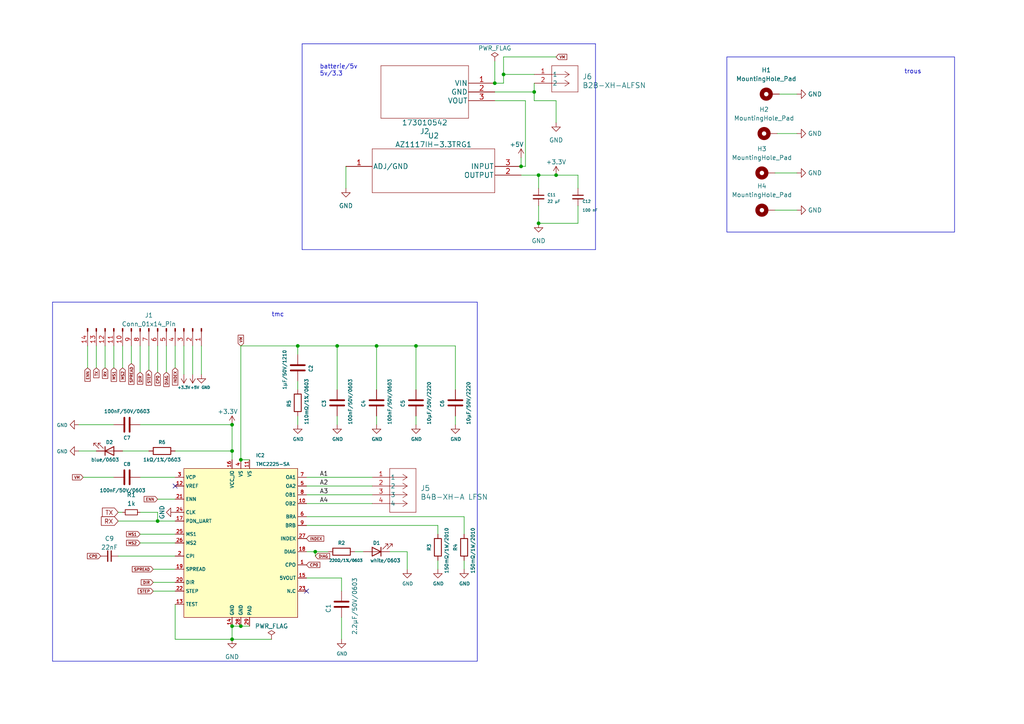
<source format=kicad_sch>
(kicad_sch (version 20230121) (generator eeschema)
  (paper "A4")
  (lib_symbols
    (symbol "2023-05-09_15-04-19:173010542" (pin_names (offset 0.254))
      (property "Reference" "J2" (at 20.32 -13.97 0))
      (property "Value" "173010542" (at 20.32 -11.43 0))
      (symbol "173010542_1_1"
        (polyline (pts (xy 7.62 -10.16) (xy 33.02 -10.16)) (stroke (width 0.127)))
        (polyline (pts (xy 7.62 5.08) (xy 7.62 -10.16)) (stroke (width 0.127)))
        (polyline (pts (xy 33.02 -10.16) (xy 33.02 5.08)) (stroke (width 0.127)))
        (polyline (pts (xy 33.02 5.08) (xy 7.62 5.08)) (stroke (width 0.127)))
        (pin power_in line (at 0 0 0) (length 7.62) (name "VIN") (number "1"))
        (pin power_in line (at 0 -2.54 0) (length 7.62) (name "GND") (number "2"))
        (pin power_out line (at 0 -5.08 0) (length 7.62) (name "VOUT") (number "3"))
      )
    )
    (symbol "2023-05-16_12-32-42:B2B-XH-ALFSN" (pin_names (offset 0.254))
      (property "Reference" "J" (at 8.89 6.35 0))
      (property "Value" "B2B-XH-ALFSN" (at 0 0 0))
      (symbol "B2B-XH-ALFSN_1_1"
        (polyline (pts (xy 5.08 -5.08) (xy 12.7 -5.08)) (stroke (width 0.127)))
        (polyline (pts (xy 5.08 2.54) (xy 5.08 -5.08)) (stroke (width 0.127)))
        (polyline (pts (xy 10.16 -2.54) (xy 5.08 -2.54)) (stroke (width 0.127)))
        (polyline (pts (xy 10.16 -2.54) (xy 8.89 -3.3867)) (stroke (width 0.127)))
        (polyline (pts (xy 10.16 -2.54) (xy 8.89 -1.6933)) (stroke (width 0.127)))
        (polyline (pts (xy 10.16 0) (xy 5.08 0)) (stroke (width 0.127)))
        (polyline (pts (xy 10.16 0) (xy 8.89 -0.8467)) (stroke (width 0.127)))
        (polyline (pts (xy 10.16 0) (xy 8.89 0.8467)) (stroke (width 0.127)))
        (polyline (pts (xy 12.7 -5.08) (xy 12.7 2.54)) (stroke (width 0.127)))
        (polyline (pts (xy 12.7 2.54) (xy 5.08 2.54)) (stroke (width 0.127)))
        (pin unspecified line (at 0 0 0) (length 5.08) (name "1") (number "1"))
        (pin unspecified line (at 0 -2.54 0) (length 5.08) (name "2") (number "2"))
      )
      (symbol "B2B-XH-ALFSN_1_2"
        (polyline (pts (xy 5.08 -5.08) (xy 12.7 -5.08)) (stroke (width 0.127)))
        (polyline (pts (xy 5.08 2.54) (xy 5.08 -5.08)) (stroke (width 0.127)))
        (polyline (pts (xy 7.62 -2.54) (xy 5.08 -2.54)) (stroke (width 0.127)))
        (polyline (pts (xy 7.62 -2.54) (xy 8.89 -3.3867)) (stroke (width 0.127)))
        (polyline (pts (xy 7.62 -2.54) (xy 8.89 -1.6933)) (stroke (width 0.127)))
        (polyline (pts (xy 7.62 0) (xy 5.08 0)) (stroke (width 0.127)))
        (polyline (pts (xy 7.62 0) (xy 8.89 -0.8467)) (stroke (width 0.127)))
        (polyline (pts (xy 7.62 0) (xy 8.89 0.8467)) (stroke (width 0.127)))
        (polyline (pts (xy 12.7 -5.08) (xy 12.7 2.54)) (stroke (width 0.127)))
        (polyline (pts (xy 12.7 2.54) (xy 5.08 2.54)) (stroke (width 0.127)))
        (pin unspecified line (at 0 0 0) (length 5.08) (name "1") (number "1"))
        (pin unspecified line (at 0 -2.54 0) (length 5.08) (name "2") (number "2"))
      )
    )
    (symbol "AZ1117:AZ1117IH-3.3TRG1" (pin_names (offset 0.254))
      (property "Reference" "U2" (at 25.4 8.89 0))
      (property "Value" "AZ1117IH-3.3TRG1" (at 25.4 6.35 0))
      (symbol "AZ1117IH-3.3TRG1_1_1"
        (polyline (pts (xy 7.62 -7.62) (xy 43.18 -7.62)) (stroke (width 0.127)))
        (polyline (pts (xy 7.62 5.08) (xy 7.62 -7.62)) (stroke (width 0.127)))
        (polyline (pts (xy 43.18 -7.62) (xy 43.18 5.08)) (stroke (width 0.127)))
        (polyline (pts (xy 43.18 5.08) (xy 7.62 5.08)) (stroke (width 0.127)))
        (pin power_in line (at 0 0 0) (length 7.62) (name "ADJ/GND") (number "1"))
        (pin power_out line (at 50.8 -2.54 180) (length 7.62) (name "OUTPUT") (number "2"))
        (pin power_in line (at 50.8 0 180) (length 7.62) (name "INPUT") (number "3"))
      )
    )
    (symbol "Connector:Conn_01x14_Pin" (pin_names (offset 1.016) hide)
      (property "Reference" "J" (at 0 17.78 0))
      (property "Value" "Conn_01x14_Pin" (at 0 -20.32 0))
      (symbol "Conn_01x14_Pin_1_1"
        (polyline (pts (xy 1.27 -17.78) (xy 0.8636 -17.78)) (stroke (width 0.1524)))
        (polyline (pts (xy 1.27 -15.24) (xy 0.8636 -15.24)) (stroke (width 0.1524)))
        (polyline (pts (xy 1.27 -12.7) (xy 0.8636 -12.7)) (stroke (width 0.1524)))
        (polyline (pts (xy 1.27 -10.16) (xy 0.8636 -10.16)) (stroke (width 0.1524)))
        (polyline (pts (xy 1.27 -7.62) (xy 0.8636 -7.62)) (stroke (width 0.1524)))
        (polyline (pts (xy 1.27 -5.08) (xy 0.8636 -5.08)) (stroke (width 0.1524)))
        (polyline (pts (xy 1.27 -2.54) (xy 0.8636 -2.54)) (stroke (width 0.1524)))
        (polyline (pts (xy 1.27 0) (xy 0.8636 0)) (stroke (width 0.1524)))
        (polyline (pts (xy 1.27 2.54) (xy 0.8636 2.54)) (stroke (width 0.1524)))
        (polyline (pts (xy 1.27 5.08) (xy 0.8636 5.08)) (stroke (width 0.1524)))
        (polyline (pts (xy 1.27 7.62) (xy 0.8636 7.62)) (stroke (width 0.1524)))
        (polyline (pts (xy 1.27 10.16) (xy 0.8636 10.16)) (stroke (width 0.1524)))
        (polyline (pts (xy 1.27 12.7) (xy 0.8636 12.7)) (stroke (width 0.1524)))
        (polyline (pts (xy 1.27 15.24) (xy 0.8636 15.24)) (stroke (width 0.1524)))
        (rectangle (start 0.8636 -17.653) (end 0 -17.907) (stroke (width 0.1524)) (fill (type outline)))
        (rectangle (start 0.8636 -15.113) (end 0 -15.367) (stroke (width 0.1524)) (fill (type outline)))
        (rectangle (start 0.8636 -12.573) (end 0 -12.827) (stroke (width 0.1524)) (fill (type outline)))
        (rectangle (start 0.8636 -10.033) (end 0 -10.287) (stroke (width 0.1524)) (fill (type outline)))
        (rectangle (start 0.8636 -7.493) (end 0 -7.747) (stroke (width 0.1524)) (fill (type outline)))
        (rectangle (start 0.8636 -4.953) (end 0 -5.207) (stroke (width 0.1524)) (fill (type outline)))
        (rectangle (start 0.8636 -2.413) (end 0 -2.667) (stroke (width 0.1524)) (fill (type outline)))
        (rectangle (start 0.8636 0.127) (end 0 -0.127) (stroke (width 0.1524)) (fill (type outline)))
        (rectangle (start 0.8636 2.667) (end 0 2.413) (stroke (width 0.1524)) (fill (type outline)))
        (rectangle (start 0.8636 5.207) (end 0 4.953) (stroke (width 0.1524)) (fill (type outline)))
        (rectangle (start 0.8636 7.747) (end 0 7.493) (stroke (width 0.1524)) (fill (type outline)))
        (rectangle (start 0.8636 10.287) (end 0 10.033) (stroke (width 0.1524)) (fill (type outline)))
        (rectangle (start 0.8636 12.827) (end 0 12.573) (stroke (width 0.1524)) (fill (type outline)))
        (rectangle (start 0.8636 15.367) (end 0 15.113) (stroke (width 0.1524)) (fill (type outline)))
        (pin passive line (at 5.08 15.24 180) (length 3.81) (name "Pin_1") (number "1"))
        (pin passive line (at 5.08 -7.62 180) (length 3.81) (name "Pin_10") (number "10"))
        (pin passive line (at 5.08 -10.16 180) (length 3.81) (name "Pin_11") (number "11"))
        (pin passive line (at 5.08 -12.7 180) (length 3.81) (name "Pin_12") (number "12"))
        (pin passive line (at 5.08 -15.24 180) (length 3.81) (name "Pin_13") (number "13"))
        (pin passive line (at 5.08 -17.78 180) (length 3.81) (name "Pin_14") (number "14"))
        (pin passive line (at 5.08 12.7 180) (length 3.81) (name "Pin_2") (number "2"))
        (pin passive line (at 5.08 10.16 180) (length 3.81) (name "Pin_3") (number "3"))
        (pin passive line (at 5.08 7.62 180) (length 3.81) (name "Pin_4") (number "4"))
        (pin passive line (at 5.08 5.08 180) (length 3.81) (name "Pin_5") (number "5"))
        (pin passive line (at 5.08 2.54 180) (length 3.81) (name "Pin_6") (number "6"))
        (pin passive line (at 5.08 0 180) (length 3.81) (name "Pin_7") (number "7"))
        (pin passive line (at 5.08 -2.54 180) (length 3.81) (name "Pin_8") (number "8"))
        (pin passive line (at 5.08 -5.08 180) (length 3.81) (name "Pin_9") (number "9"))
      )
    )
    (symbol "Device:C" (pin_numbers hide) (pin_names (offset 0.254))
      (property "Reference" "C" (at 0.635 2.54 0))
      (property "Value" "C" (at 0.635 -2.54 0))
      (symbol "C_0_1"
        (polyline (pts (xy -2.032 -0.762) (xy 2.032 -0.762)) (stroke (width 0.508)))
        (polyline (pts (xy -2.032 0.762) (xy 2.032 0.762)) (stroke (width 0.508)))
      )
      (symbol "C_1_1"
        (pin passive line (at 0 3.81 270) (length 2.794) (name "~") (number "1"))
        (pin passive line (at 0 -3.81 90) (length 2.794) (name "~") (number "2"))
      )
    )
    (symbol "Device:C_Small" (pin_numbers hide) (pin_names (offset 0.254) hide)
      (property "Reference" "C" (at 0.254 1.778 0))
      (property "Value" "C_Small" (at 0.254 -2.032 0))
      (symbol "C_Small_0_1"
        (polyline (pts (xy -1.524 -0.508) (xy 1.524 -0.508)) (stroke (width 0.3302)))
        (polyline (pts (xy -1.524 0.508) (xy 1.524 0.508)) (stroke (width 0.3048)))
      )
      (symbol "C_Small_1_1"
        (pin passive line (at 0 2.54 270) (length 2.032) (name "~") (number "1"))
        (pin passive line (at 0 -2.54 90) (length 2.032) (name "~") (number "2"))
      )
    )
    (symbol "Device:LED" (pin_numbers hide) (pin_names (offset 1.016) hide)
      (property "Reference" "D" (at 0 2.54 0))
      (property "Value" "LED" (at 0 -2.54 0))
      (symbol "LED_0_1"
        (polyline (pts (xy -1.27 -1.27) (xy -1.27 1.27)) (stroke (width 0.254)))
        (polyline (pts (xy -1.27 0) (xy 1.27 0)))
        (polyline (pts (xy 1.27 -1.27) (xy 1.27 1.27) (xy -1.27 0) (xy 1.27 -1.27)) (stroke (width 0.254)))
        (polyline (pts (xy -3.048 -0.762) (xy -4.572 -2.286) (xy -3.81 -2.286) (xy -4.572 -2.286) (xy -4.572 -1.524)))
        (polyline (pts (xy -1.778 -0.762) (xy -3.302 -2.286) (xy -2.54 -2.286) (xy -3.302 -2.286) (xy -3.302 -1.524)))
      )
      (symbol "LED_1_1"
        (pin passive line (at -3.81 0 0) (length 2.54) (name "K") (number "1"))
        (pin passive line (at 3.81 0 180) (length 2.54) (name "A") (number "2"))
      )
    )
    (symbol "Device:R" (pin_numbers hide) (pin_names (offset 0))
      (property "Reference" "R" (at 2.032 0 90))
      (property "Value" "R" (at 0 0 90))
      (symbol "R_0_1"
        (rectangle (start -1.016 -2.54) (end 1.016 2.54) (stroke (width 0.254)))
      )
      (symbol "R_1_1"
        (pin passive line (at 0 3.81 270) (length 1.27) (name "~") (number "1"))
        (pin passive line (at 0 -3.81 90) (length 1.27) (name "~") (number "2"))
      )
    )
    (symbol "Device:R_Small" (pin_numbers hide) (pin_names (offset 0.254) hide)
      (property "Reference" "R" (at 0.762 0.508 0))
      (property "Value" "R_Small" (at 0.762 -1.016 0))
      (symbol "R_Small_0_1"
        (rectangle (start -0.762 1.778) (end 0.762 -1.778) (stroke (width 0.2032)))
      )
      (symbol "R_Small_1_1"
        (pin passive line (at 0 2.54 270) (length 0.762) (name "~") (number "1"))
        (pin passive line (at 0 -2.54 90) (length 0.762) (name "~") (number "2"))
      )
    )
    (symbol "JST B4B-XH-A:B4B-XH-A_LFSN" (pin_names (offset 0.254))
      (property "Reference" "J" (at 8.89 6.35 0))
      (property "Value" "B4B-XH-A LFSN" (at 0 0 0))
      (symbol "B4B-XH-A_LFSN_1_1"
        (polyline (pts (xy 5.08 -10.16) (xy 12.7 -10.16)) (stroke (width 0.127)))
        (polyline (pts (xy 5.08 2.54) (xy 5.08 -10.16)) (stroke (width 0.127)))
        (polyline (pts (xy 10.16 -7.62) (xy 5.08 -7.62)) (stroke (width 0.127)))
        (polyline (pts (xy 10.16 -7.62) (xy 8.89 -8.4667)) (stroke (width 0.127)))
        (polyline (pts (xy 10.16 -7.62) (xy 8.89 -6.7733)) (stroke (width 0.127)))
        (polyline (pts (xy 10.16 -5.08) (xy 5.08 -5.08)) (stroke (width 0.127)))
        (polyline (pts (xy 10.16 -5.08) (xy 8.89 -5.9267)) (stroke (width 0.127)))
        (polyline (pts (xy 10.16 -5.08) (xy 8.89 -4.2333)) (stroke (width 0.127)))
        (polyline (pts (xy 10.16 -2.54) (xy 5.08 -2.54)) (stroke (width 0.127)))
        (polyline (pts (xy 10.16 -2.54) (xy 8.89 -3.3867)) (stroke (width 0.127)))
        (polyline (pts (xy 10.16 -2.54) (xy 8.89 -1.6933)) (stroke (width 0.127)))
        (polyline (pts (xy 10.16 0) (xy 5.08 0)) (stroke (width 0.127)))
        (polyline (pts (xy 10.16 0) (xy 8.89 -0.8467)) (stroke (width 0.127)))
        (polyline (pts (xy 10.16 0) (xy 8.89 0.8467)) (stroke (width 0.127)))
        (polyline (pts (xy 12.7 -10.16) (xy 12.7 2.54)) (stroke (width 0.127)))
        (polyline (pts (xy 12.7 2.54) (xy 5.08 2.54)) (stroke (width 0.127)))
        (pin unspecified line (at 0 0 0) (length 5.08) (name "1") (number "1"))
        (pin unspecified line (at 0 -2.54 0) (length 5.08) (name "2") (number "2"))
        (pin unspecified line (at 0 -5.08 0) (length 5.08) (name "3") (number "3"))
        (pin unspecified line (at 0 -7.62 0) (length 5.08) (name "4") (number "4"))
      )
      (symbol "B4B-XH-A_LFSN_1_2"
        (polyline (pts (xy 5.08 -10.16) (xy 12.7 -10.16)) (stroke (width 0.127)))
        (polyline (pts (xy 5.08 2.54) (xy 5.08 -10.16)) (stroke (width 0.127)))
        (polyline (pts (xy 7.62 -7.62) (xy 5.08 -7.62)) (stroke (width 0.127)))
        (polyline (pts (xy 7.62 -7.62) (xy 8.89 -8.4667)) (stroke (width 0.127)))
        (polyline (pts (xy 7.62 -7.62) (xy 8.89 -6.7733)) (stroke (width 0.127)))
        (polyline (pts (xy 7.62 -5.08) (xy 5.08 -5.08)) (stroke (width 0.127)))
        (polyline (pts (xy 7.62 -5.08) (xy 8.89 -5.9267)) (stroke (width 0.127)))
        (polyline (pts (xy 7.62 -5.08) (xy 8.89 -4.2333)) (stroke (width 0.127)))
        (polyline (pts (xy 7.62 -2.54) (xy 5.08 -2.54)) (stroke (width 0.127)))
        (polyline (pts (xy 7.62 -2.54) (xy 8.89 -3.3867)) (stroke (width 0.127)))
        (polyline (pts (xy 7.62 -2.54) (xy 8.89 -1.6933)) (stroke (width 0.127)))
        (polyline (pts (xy 7.62 0) (xy 5.08 0)) (stroke (width 0.127)))
        (polyline (pts (xy 7.62 0) (xy 8.89 -0.8467)) (stroke (width 0.127)))
        (polyline (pts (xy 7.62 0) (xy 8.89 0.8467)) (stroke (width 0.127)))
        (polyline (pts (xy 12.7 -10.16) (xy 12.7 2.54)) (stroke (width 0.127)))
        (polyline (pts (xy 12.7 2.54) (xy 5.08 2.54)) (stroke (width 0.127)))
        (pin unspecified line (at 0 0 0) (length 5.08) (name "1") (number "1"))
        (pin unspecified line (at 0 -2.54 0) (length 5.08) (name "2") (number "2"))
        (pin unspecified line (at 0 -5.08 0) (length 5.08) (name "3") (number "3"))
        (pin unspecified line (at 0 -7.62 0) (length 5.08) (name "4") (number "4"))
      )
    )
    (symbol "Mechanical:MountingHole_Pad" (pin_numbers hide) (pin_names (offset 1.016) hide)
      (property "Reference" "H" (at 0 6.35 0))
      (property "Value" "MountingHole_Pad" (at 0 4.445 0))
      (symbol "MountingHole_Pad_0_1"
        (circle (center 0 1.27) (radius 1.27) (stroke (width 1.27)))
      )
      (symbol "MountingHole_Pad_1_1"
        (pin input line (at 0 -2.54 90) (length 2.54) (name "1") (number "1"))
      )
    )
    (symbol "power:+3.3V" (power) (pin_names (offset 0))
      (property "Value" "+3.3V" (at 0 3.556 0))
      (symbol "+3.3V_0_1"
        (polyline (pts (xy -0.762 1.27) (xy 0 2.54)))
        (polyline (pts (xy 0 0) (xy 0 2.54)))
        (polyline (pts (xy 0 2.54) (xy 0.762 1.27)))
      )
      (symbol "+3.3V_1_1"
        (pin power_in line (at 0 0 90) (length 0) hide (name "+3.3V") (number "1"))
      )
    )
    (symbol "power:+5V" (power) (pin_names (offset 0))
      (property "Value" "+5V" (at 0 3.556 0))
      (symbol "+5V_0_1"
        (polyline (pts (xy -0.762 1.27) (xy 0 2.54)))
        (polyline (pts (xy 0 0) (xy 0 2.54)))
        (polyline (pts (xy 0 2.54) (xy 0.762 1.27)))
      )
      (symbol "+5V_1_1"
        (pin power_in line (at 0 0 90) (length 0) hide (name "+5V") (number "1"))
      )
    )
    (symbol "power:GND" (power) (pin_names (offset 0))
      (property "Value" "GND" (at 0 -3.81 0))
      (symbol "GND_0_1"
        (polyline (pts (xy 0 0) (xy 0 -1.27) (xy 1.27 -1.27) (xy 0 -2.54) (xy -1.27 -1.27) (xy 0 -1.27)))
      )
      (symbol "GND_1_1"
        (pin power_in line (at 0 0 270) (length 0) hide (name "GND") (number "1"))
      )
    )
    (symbol "power:PWR_FLAG" (power) (pin_numbers hide) (pin_names (offset 0) hide)
      (property "Value" "PWR_FLAG" (at 0 3.81 0))
      (symbol "PWR_FLAG_0_0"
        (pin power_out line (at 0 0 90) (length 0) (name "pwr") (number "1"))
      )
      (symbol "PWR_FLAG_0_1"
        (polyline (pts (xy 0 0) (xy 0 1.27) (xy -1.016 1.905) (xy 0 2.54) (xy 1.016 1.905) (xy 0 1.27)))
      )
    )
    (symbol "tmc:TMC2225-SA-tmc2225-sa"
      (property "Reference" "IC2" (at 4.3562 25.4 0))
      (property "Value" "TMC2225-SA" (at 4.3562 22.86 0))
      (symbol "TMC2225-SA-tmc2225-sa_0_1"
        (rectangle (start -16.51 21.59) (end 16.51 -21.59) (fill (type background)))
      )
      (symbol "TMC2225-SA-tmc2225-sa_1_1"
        (pin output line (at 19.05 -6.35 180) (length 2.54) (name "CPO") (number "1"))
        (pin power_out line (at 19.05 11.43 180) (length 2.54) (name "OB2") (number "10"))
        (pin power_in line (at 2.54 24.13 270) (length 2.54) (name "VS") (number "11"))
        (pin input line (at -19.05 16.51 0) (length 2.54) (name "VREF") (number "12"))
        (pin unspecified line (at -19.05 -17.78 0) (length 2.54) (name "TEST") (number "13"))
        (pin passive line (at -2.54 -24.13 90) (length 2.54) (name "GND") (number "14"))
        (pin power_out line (at 19.05 -10.16 180) (length 2.54) (name "5VOUT") (number "15"))
        (pin power_in line (at -2.54 24.13 270) (length 2.54) (name "VCC_IO") (number "16"))
        (pin input line (at -19.05 6.35 0) (length 2.54) (name "PDN_UART") (number "17"))
        (pin output line (at 19.05 -2.54 180) (length 2.54) (name "DIAG") (number "18"))
        (pin input line (at -19.05 -7.62 0) (length 2.54) (name "SPREAD") (number "19"))
        (pin input line (at -19.05 -3.81 0) (length 2.54) (name "CPI") (number "2"))
        (pin input line (at -19.05 -11.43 0) (length 2.54) (name "DIR") (number "20"))
        (pin input line (at -19.05 12.7 0) (length 2.54) (name "ENN") (number "21"))
        (pin input line (at -19.05 -13.97 0) (length 2.54) (name "STEP") (number "22"))
        (pin unspecified line (at 19.05 -13.97 180) (length 2.54) (name "N.C") (number "23"))
        (pin input line (at -19.05 8.89 0) (length 2.54) (name "CLK") (number "24"))
        (pin input line (at -19.05 2.54 0) (length 2.54) (name "MS1") (number "25"))
        (pin input line (at -19.05 0 0) (length 2.54) (name "MS2") (number "26"))
        (pin output line (at 19.05 1.27 180) (length 2.54) (name "INDEX") (number "27"))
        (pin passive line (at 0 -24.13 90) (length 2.54) (name "GND") (number "28"))
        (pin passive line (at 2.54 -24.13 90) (length 2.54) (name "PAD") (number "29"))
        (pin input line (at -19.05 19.05 0) (length 2.54) (name "VCP") (number "3"))
        (pin power_in line (at 0 24.13 270) (length 2.54) (name "VS") (number "4"))
        (pin power_out line (at 19.05 16.51 180) (length 2.54) (name "OA2") (number "5"))
        (pin output line (at 19.05 7.62 180) (length 2.54) (name "BRA") (number "6"))
        (pin power_out line (at 19.05 19.05 180) (length 2.54) (name "OA1") (number "7"))
        (pin power_out line (at 19.05 13.97 180) (length 2.54) (name "OB1") (number "8"))
        (pin output line (at 19.05 5.08 180) (length 2.54) (name "BRB") (number "9"))
      )
    )
  )
  (junction (at 120.65 100.33))
  (junction (at 156.21 64.77))
  (junction (at 154.94 26.67))
  (junction (at 67.31 130.81))
  (junction (at 97.79 100.33))
  (junction (at 143.51 24.13))
  (junction (at 151.13 48.26))
  (junction (at 45.72 151.13))
  (junction (at 67.31 123.19))
  (junction (at 161.29 50.8))
  (junction (at 91.44 160.02))
  (junction (at 156.21 50.8))
  (junction (at 67.31 185.42))
  (junction (at 86.36 100.33))
  (junction (at 67.31 181.61))
  (junction (at 146.05 21.59))
  (junction (at 109.22 100.33))
  (junction (at 69.85 133.35))
  (junction (at 69.85 181.61))
  (no_connect (at 50.8 140.97))
  (no_connect (at 88.9 171.45))
  (wire (pts (xy 69.85 181.61) (xy 72.39 181.61)))
  (wire (pts (xy 88.9 140.97) (xy 107.95 140.97)))
  (wire (pts (xy 146.05 21.59) (xy 154.94 21.59)))
  (wire (pts (xy 156.21 64.77) (xy 167.64 64.77)))
  (wire (pts (xy 67.31 123.19) (xy 40.64 123.19)))
  (wire (pts (xy 34.29 148.59) (xy 35.56 148.59)))
  (wire (pts (xy 146.05 16.51) (xy 161.29 16.51)))
  (wire (pts (xy 154.94 29.21) (xy 161.29 29.21)))
  (wire (pts (xy 143.51 29.21) (xy 152.4 29.21)))
  (wire (pts (xy 156.21 50.8) (xy 156.21 54.61)))
  (wire (pts (xy 34.29 161.29) (xy 50.8 161.29)))
  (wire (pts (xy 45.72 144.78) (xy 50.8 144.78)))
  (wire (pts (xy 27.94 130.81) (xy 22.86 130.81)))
  (wire (pts (xy 67.31 181.61) (xy 69.85 181.61)))
  (polyline (pts (xy 15.24 87.63) (xy 15.24 191.77)))
  (wire (pts (xy 231.14 38.735) (xy 225.425 38.735)))
  (wire (pts (xy 134.62 162.56) (xy 134.62 165.1)))
  (polyline (pts (xy 172.72 12.7) (xy 172.72 72.39)))
  (wire (pts (xy 167.64 50.8) (xy 161.29 50.8)))
  (wire (pts (xy 45.72 148.59) (xy 45.72 151.13)))
  (wire (pts (xy 38.1 100.33) (xy 38.1 105.41)))
  (wire (pts (xy 88.9 149.86) (xy 134.62 149.86)))
  (wire (pts (xy 35.56 100.33) (xy 35.56 106.68)))
  (wire (pts (xy 154.94 24.13) (xy 154.94 26.67)))
  (wire (pts (xy 30.48 100.33) (xy 30.48 106.68)))
  (wire (pts (xy 95.25 160.02) (xy 91.44 160.02)))
  (wire (pts (xy 45.72 100.33) (xy 45.72 107.95)))
  (wire (pts (xy 33.02 100.33) (xy 33.02 106.68)))
  (wire (pts (xy 88.9 138.43) (xy 107.95 138.43)))
  (wire (pts (xy 86.36 110.49) (xy 86.36 113.03)))
  (wire (pts (xy 67.31 185.42) (xy 78.74 185.42)))
  (wire (pts (xy 22.86 123.19) (xy 33.02 123.19)))
  (wire (pts (xy 143.51 26.67) (xy 154.94 26.67)))
  (wire (pts (xy 151.13 45.72) (xy 151.13 48.26)))
  (wire (pts (xy 27.94 100.33) (xy 27.94 106.68)))
  (wire (pts (xy 120.65 120.65) (xy 120.65 123.19)))
  (wire (pts (xy 127 152.4) (xy 127 154.94)))
  (wire (pts (xy 69.85 100.33) (xy 86.36 100.33)))
  (wire (pts (xy 58.42 100.33) (xy 58.42 108.585)))
  (wire (pts (xy 86.36 100.33) (xy 97.79 100.33)))
  (wire (pts (xy 50.8 100.33) (xy 50.8 106.68)))
  (wire (pts (xy 109.22 120.65) (xy 109.22 123.19)))
  (wire (pts (xy 88.9 152.4) (xy 127 152.4)))
  (wire (pts (xy 109.22 100.33) (xy 120.65 100.33)))
  (wire (pts (xy 151.13 50.8) (xy 156.21 50.8)))
  (wire (pts (xy 48.26 100.33) (xy 48.26 107.95)))
  (wire (pts (xy 231.14 50.165) (xy 224.79 50.165)))
  (polyline (pts (xy 172.72 72.39) (xy 87.63 72.39)))
  (wire (pts (xy 231.14 27.305) (xy 226.06 27.305)))
  (polyline (pts (xy 87.63 12.7) (xy 172.72 12.7)))
  (wire (pts (xy 40.64 157.48) (xy 50.8 157.48)))
  (wire (pts (xy 99.06 185.42) (xy 99.06 179.07)))
  (wire (pts (xy 97.79 120.65) (xy 97.79 123.19)))
  (wire (pts (xy 86.36 102.87) (xy 86.36 100.33)))
  (polyline (pts (xy 87.63 12.7) (xy 87.63 72.39)))
  (wire (pts (xy 120.65 100.33) (xy 132.08 100.33)))
  (wire (pts (xy 132.08 100.33) (xy 132.08 113.03)))
  (wire (pts (xy 109.22 113.03) (xy 109.22 100.33)))
  (wire (pts (xy 40.64 148.59) (xy 45.72 148.59)))
  (wire (pts (xy 43.18 130.81) (xy 35.56 130.81)))
  (wire (pts (xy 25.4 100.33) (xy 25.4 106.68)))
  (wire (pts (xy 132.08 120.65) (xy 132.08 123.19)))
  (wire (pts (xy 55.88 100.33) (xy 55.88 108.585)))
  (wire (pts (xy 40.64 100.33) (xy 40.64 107.95)))
  (wire (pts (xy 50.8 175.26) (xy 50.8 185.42)))
  (wire (pts (xy 99.06 167.64) (xy 99.06 171.45)))
  (wire (pts (xy 97.79 113.03) (xy 97.79 100.33)))
  (wire (pts (xy 146.05 24.13) (xy 143.51 24.13)))
  (wire (pts (xy 88.9 167.64) (xy 99.06 167.64)))
  (wire (pts (xy 167.64 54.61) (xy 167.64 50.8)))
  (wire (pts (xy 67.31 181.61) (xy 67.31 185.42)))
  (wire (pts (xy 50.8 151.13) (xy 45.72 151.13)))
  (wire (pts (xy 24.13 138.43) (xy 33.02 138.43)))
  (wire (pts (xy 88.9 146.05) (xy 107.95 146.05)))
  (wire (pts (xy 67.31 133.35) (xy 67.31 130.81)))
  (wire (pts (xy 91.44 160.02) (xy 91.44 161.29)))
  (wire (pts (xy 44.45 168.91) (xy 50.8 168.91)))
  (wire (pts (xy 44.45 165.1) (xy 50.8 165.1)))
  (wire (pts (xy 43.18 100.33) (xy 43.18 107.315)))
  (wire (pts (xy 134.62 149.86) (xy 134.62 154.94)))
  (wire (pts (xy 152.4 48.26) (xy 151.13 48.26)))
  (wire (pts (xy 146.05 16.51) (xy 146.05 21.59)))
  (wire (pts (xy 44.45 171.45) (xy 50.8 171.45)))
  (wire (pts (xy 167.64 59.69) (xy 167.64 64.77)))
  (wire (pts (xy 118.11 160.02) (xy 118.11 165.1)))
  (wire (pts (xy 69.85 100.33) (xy 69.85 133.35)))
  (wire (pts (xy 156.21 50.8) (xy 161.29 50.8)))
  (polyline (pts (xy 15.24 191.77) (xy 138.43 191.77)))
  (wire (pts (xy 120.65 113.03) (xy 120.65 100.33)))
  (wire (pts (xy 146.05 21.59) (xy 146.05 24.13)))
  (wire (pts (xy 50.8 138.43) (xy 40.64 138.43)))
  (wire (pts (xy 105.41 160.02) (xy 102.87 160.02)))
  (wire (pts (xy 97.79 100.33) (xy 109.22 100.33)))
  (wire (pts (xy 231.14 60.96) (xy 224.79 60.96)))
  (wire (pts (xy 45.72 151.13) (xy 34.29 151.13)))
  (wire (pts (xy 69.85 133.35) (xy 72.39 133.35)))
  (polyline (pts (xy 15.24 87.63) (xy 138.43 87.63)))
  (wire (pts (xy 40.64 154.94) (xy 50.8 154.94)))
  (wire (pts (xy 154.94 29.21) (xy 154.94 26.67)))
  (polyline (pts (xy 138.43 87.63) (xy 138.43 191.77)))
  (wire (pts (xy 113.03 160.02) (xy 118.11 160.02)))
  (wire (pts (xy 88.9 143.51) (xy 107.95 143.51)))
  (wire (pts (xy 152.4 29.21) (xy 152.4 48.26)))
  (wire (pts (xy 50.8 185.42) (xy 67.31 185.42)))
  (wire (pts (xy 53.34 100.33) (xy 53.34 108.585)))
  (wire (pts (xy 86.36 120.65) (xy 86.36 123.19)))
  (wire (pts (xy 50.8 130.81) (xy 67.31 130.81)))
  (wire (pts (xy 161.29 29.21) (xy 161.29 35.56)))
  (wire (pts (xy 127 162.56) (xy 127 165.1)))
  (wire (pts (xy 91.44 160.02) (xy 88.9 160.02)))
  (wire (pts (xy 143.51 17.78) (xy 143.51 24.13)))
  (wire (pts (xy 156.21 59.69) (xy 156.21 64.77)))
  (wire (pts (xy 67.31 130.81) (xy 67.31 123.19)))
  (wire (pts (xy 100.33 48.26) (xy 100.33 54.61)))
  (rectangle (start 210.82 16.51) (end 276.86 67.31))
  (text "batterie/5v\n5v/3.3" (at 92.71 22.225 0) (effects (font (size 1.27 1.27)) (justify left bottom)))
  (text "trous" (at 262.255 21.59 0) (effects (font (size 1.27 1.27)) (justify left bottom)))
  (text "tmc" (at 78.74 92.075 0) (effects (font (size 1.27 1.27)) (justify left bottom)))
  (label "A3" (at 92.71 143.51 0))
  (label "A4" (at 92.71 146.05 0))
  (label "A1" (at 92.71 138.43 0))
  (label "A2" (at 92.71 140.97 0))
  (global_label "CP0" (shape input) (at 29.21 161.29 180) (effects (font (size 0.8 0.8))) (property "Intersheetrefs" "${INTERSHEET_REFS}" (effects hide)))
  (global_label "MS1" (shape input) (at 33.02 106.68 270) (effects (font (size 0.8 0.8))) (property "Intersheetrefs" "${INTERSHEET_REFS}" (effects hide)))
  (global_label "TX" (shape input) (at 34.29 148.59 180) (property "Intersheetrefs" "${INTERSHEET_REFS}" (effects hide)))
  (global_label "DIAG" (shape input) (at 91.44 161.29 0) (effects (font (size 0.8 0.8))) (property "Intersheetrefs" "${INTERSHEET_REFS}" (effects hide)))
  (global_label "MS2" (shape input) (at 35.56 106.68 270) (effects (font (size 0.8 0.8))) (property "Intersheetrefs" "${INTERSHEET_REFS}" (effects hide)))
  (global_label "SPREAD" (shape input) (at 38.1 105.41 270) (effects (font (size 0.8 0.8))) (property "Intersheetrefs" "${INTERSHEET_REFS}" (effects hide)))
  (global_label "DIR" (shape input) (at 44.45 168.91 180) (effects (font (size 0.8 0.8))) (property "Intersheetrefs" "${INTERSHEET_REFS}" (effects hide)))
  (global_label "RX" (shape input) (at 30.48 106.68 270) (effects (font (size 0.8 0.8))) (property "Intersheetrefs" "${INTERSHEET_REFS}" (effects hide)))
  (global_label "MS2" (shape input) (at 40.64 157.48 180) (effects (font (size 0.8 0.8))) (property "Intersheetrefs" "${INTERSHEET_REFS}" (effects hide)))
  (global_label "SPREAD" (shape input) (at 44.45 165.1 180) (effects (font (size 0.8 0.8))) (property "Intersheetrefs" "${INTERSHEET_REFS}" (effects hide)))
  (global_label "INDEX" (shape input) (at 50.8 106.68 270) (effects (font (size 0.8 0.8))) (property "Intersheetrefs" "${INTERSHEET_REFS}" (effects hide)))
  (global_label "TX" (shape input) (at 27.94 106.68 270) (effects (font (size 0.8 0.8))) (property "Intersheetrefs" "${INTERSHEET_REFS}" (effects hide)))
  (global_label "ENN" (shape input) (at 25.4 106.68 270) (effects (font (size 0.8 0.8))) (property "Intersheetrefs" "${INTERSHEET_REFS}" (effects hide)))
  (global_label "VM" (shape input) (at 24.13 138.43 180) (effects (font (size 0.8 0.8))) (property "Intersheetrefs" "${INTERSHEET_REFS}" (effects hide)))
  (global_label "RX" (shape input) (at 34.29 151.13 180) (property "Intersheetrefs" "${INTERSHEET_REFS}" (effects hide)))
  (global_label "VM" (shape input) (at 69.85 100.33 90) (effects (font (size 0.8 0.8))) (property "Intersheetrefs" "${INTERSHEET_REFS}" (effects hide)))
  (global_label "DIR" (shape input) (at 40.64 107.95 270) (effects (font (size 0.8 0.8))) (property "Intersheetrefs" "${INTERSHEET_REFS}" (effects hide)))
  (global_label "CP0" (shape input) (at 45.72 107.95 270) (effects (font (size 0.8 0.8))) (property "Intersheetrefs" "${INTERSHEET_REFS}" (effects hide)))
  (global_label "INDEX" (shape input) (at 88.9 156.21 0) (effects (font (size 0.8 0.8))) (property "Intersheetrefs" "${INTERSHEET_REFS}" (effects hide)))
  (global_label "STEP" (shape input) (at 43.18 107.315 270) (effects (font (size 0.8 0.8))) (property "Intersheetrefs" "${INTERSHEET_REFS}" (effects hide)))
  (global_label "VM" (shape input) (at 161.29 16.51 0) (effects (font (size 0.8 0.8))) (property "Intersheetrefs" "${INTERSHEET_REFS}" (effects hide)))
  (global_label "STEP" (shape input) (at 44.45 171.45 180) (effects (font (size 0.8 0.8))) (property "Intersheetrefs" "${INTERSHEET_REFS}" (effects hide)))
  (global_label "CP0" (shape input) (at 88.9 163.83 0) (effects (font (size 0.8 0.8))) (property "Intersheetrefs" "${INTERSHEET_REFS}" (effects hide)))
  (global_label "ENN" (shape input) (at 45.72 144.78 180) (effects (font (size 0.8 0.8))) (property "Intersheetrefs" "${INTERSHEET_REFS}" (effects hide)))
  (global_label "DIAG" (shape input) (at 48.26 107.95 270) (effects (font (size 0.8 0.8))) (property "Intersheetrefs" "${INTERSHEET_REFS}" (effects hide)))
  (global_label "MS1" (shape input) (at 40.64 154.94 180) (effects (font (size 0.8 0.8))) (property "Intersheetrefs" "${INTERSHEET_REFS}" (effects hide)))
  (symbol (lib_id "power:GND") (at 134.62 165.1 0) (unit 1)
    (property "Reference" "#PWR07" (effects hide))
    (property "Value" "GND" (at 134.747 169.291 0) (effects (font (size 0.9906 0.9906))))
  )
  (symbol (lib_id "Device:C") (at 36.83 138.43 90) (unit 1)
    (property "Reference" "C8" (at 36.83 134.62 90) (effects (font (size 0.9906 0.9906))))
    (property "Value" "100nF/50V/0603" (at 35.56 142.24 90) (effects (font (size 0.9906 0.9906))))
    (property "Footprint" "Capacitor_SMD:C_0603_1608Metric" (effects hide))
  )
  (symbol (lib_id "Mechanical:MountingHole_Pad") (at 222.885 38.735 90) (unit 1)
    (property "Reference" "H2" (at 221.615 31.75 90))
    (property "Value" "MountingHole_Pad" (at 221.615 34.29 90))
    (property "Footprint" "MountingHole:MountingHole_2.2mm_M2_DIN965_Pad" (effects hide))
  )
  (symbol (lib_id "Device:C_Small") (at 156.21 57.15 0) (unit 1)
    (property "Reference" "C11" (at 158.75 56.5213 0) (effects (font (size 0.8 0.8)) (justify left)))
    (property "Value" "22 µF" (at 158.75 58.42 0) (effects (font (size 0.8 0.8)) (justify left)))
    (property "Footprint" "Capacitor_SMD:C_2220_5650Metric_Pad1.97x5.40mm_HandSolder" (effects hide))
  )
  (symbol (lib_id "power:GND") (at 127 165.1 0) (unit 1)
    (property "Reference" "#PWR06" (effects hide))
    (property "Value" "GND" (at 127.127 169.291 0) (effects (font (size 0.9906 0.9906))))
  )
  (symbol (lib_id "power:GND") (at 67.31 185.42 0) (unit 1)
    (property "Reference" "#PWR03" (effects hide))
    (property "Value" "GND" (at 67.31 190.5 0))
  )
  (symbol (lib_id "power:+3.3V") (at 53.34 108.585 180) (unit 1)
    (property "Reference" "#PWR032" (effects hide))
    (property "Value" "+3.3V" (at 53.34 112.395 0) (effects (font (size 0.8 0.8))))
  )
  (symbol (lib_id "AZ1117:AZ1117IH-3.3TRG1") (at 100.33 48.26 0) (unit 1)
    (property "Reference" "U2" (at 125.73 39.37 0) (effects (font (size 1.524 1.524))))
    (property "Value" "AZ1117IH-3.3TRG1" (at 125.73 41.91 0) (effects (font (size 1.524 1.524))))
    (property "Footprint" "AZ1117:AZ1117IH-3.3TRG1" (effects hide))
  )
  (symbol (lib_id "Device:C") (at 109.22 116.84 0) (unit 1)
    (property "Reference" "C4" (at 105.41 118.11 90) (effects (font (size 0.9906 0.9906)) (justify left)))
    (property "Value" "100nF/50V/0603" (at 113.03 123.19 90) (effects (font (size 0.9906 0.9906)) (justify left)))
    (property "Footprint" "Capacitor_SMD:C_0603_1608Metric" (effects hide))
  )
  (symbol (lib_id "power:GND") (at 86.36 123.19 0) (unit 1)
    (property "Reference" "#PWR08" (effects hide))
    (property "Value" "GND" (at 86.487 127.381 0) (effects (font (size 0.9906 0.9906))))
  )
  (symbol (lib_id "Device:R") (at 99.06 160.02 270) (unit 1)
    (property "Reference" "R2" (at 99.06 157.48 90) (effects (font (size 0.9906 0.9906))))
    (property "Value" "220Ω/1%/0603" (at 100.33 162.56 90) (effects (font (size 0.8 0.8))))
    (property "Footprint" "Resistor_SMD:R_0603_1608Metric" (effects hide))
  )
  (symbol (lib_id "tmc:TMC2225-SA-tmc2225-sa") (at 69.85 157.48 0) (unit 1)
    (property "Reference" "IC2" (at 74.2062 132.08 0) (effects (font (size 0.9906 0.9906)) (justify left)))
    (property "Value" "TMC2225-SA" (at 74.2062 134.62 0) (effects (font (size 0.9906 0.9906)) (justify left)))
    (property "Footprint" "TMC2255:HTSSOP28_TRI" (effects hide))
    (property "Datasheet" "https://www.digikey.de/en/datasheets/trinamic-motion-control-gmbh/trinamic-motion-control-gmbh-tmc220x_tmc222x_datasheet" (effects hide))
  )
  (symbol (lib_id "power:GND") (at 50.8 148.59 270) (unit 1)
    (property "Reference" "#PWR018" (effects hide))
    (property "Value" "GND" (at 46.99 148.59 0))
  )
  (symbol (lib_id "power:GND") (at 99.06 185.42 0) (unit 1)
    (property "Reference" "#PWR04" (effects hide))
    (property "Value" "GND" (at 99.187 189.611 0) (effects (font (size 0.9906 0.9906))))
  )
  (symbol (lib_id "Mechanical:MountingHole_Pad") (at 223.52 27.305 90) (unit 1)
    (property "Reference" "H1" (at 222.25 20.32 90))
    (property "Value" "MountingHole_Pad" (at 222.25 22.86 90))
    (property "Footprint" "MountingHole:MountingHole_2.2mm_M2_DIN965_Pad" (effects hide))
  )
  (symbol (lib_id "power:PWR_FLAG") (at 78.74 185.42 0) (unit 1)
    (property "Reference" "#FLG03" (effects hide))
    (property "Value" "PWR_FLAG" (at 78.74 181.61 0))
  )
  (symbol (lib_id "power:GND") (at 109.22 123.19 0) (unit 1)
    (property "Reference" "#PWR010" (effects hide))
    (property "Value" "GND" (at 109.347 127.381 0) (effects (font (size 0.9906 0.9906))))
  )
  (symbol (lib_id "JST B4B-XH-A:B4B-XH-A_LFSN") (at 107.95 138.43 0) (unit 1)
    (property "Reference" "J5" (at 121.92 141.605 0) (effects (font (size 1.524 1.524)) (justify left)))
    (property "Value" "B4B-XH-A LFSN" (at 121.92 144.145 0) (effects (font (size 1.524 1.524)) (justify left)))
    (property "Footprint" "JST 4 PINS:CONN_B4B-XH-A LFSN_JST" (effects hide))
    (property "Datasheet" "B4B-XH-A LFSN" (effects hide))
  )
  (symbol (lib_id "power:GND") (at 231.14 50.165 90) (unit 1)
    (property "Reference" "#PWR016" (effects hide))
    (property "Value" "GND" (at 234.315 50.165 90) (effects (justify right)))
  )
  (symbol (lib_id "Device:C") (at 97.79 116.84 0) (unit 1)
    (property "Reference" "C3" (at 93.98 118.11 90) (effects (font (size 0.9906 0.9906)) (justify left)))
    (property "Value" "100nF/50V/0603" (at 101.6 123.19 90) (effects (font (size 0.9906 0.9906)) (justify left)))
    (property "Footprint" "Capacitor_SMD:C_0603_1608Metric" (effects hide))
  )
  (symbol (lib_id "Device:LED") (at 31.75 130.81 0) (mirror x) (unit 1)
    (property "Reference" "D2" (at 31.75 128.27 0) (effects (font (size 0.9906 0.9906))))
    (property "Value" "blue/0603" (at 30.48 133.35 0) (effects (font (size 0.9906 0.9906))))
    (property "Footprint" "LED_SMD:LED_0603_1608Metric_Pad1.05x0.95mm_HandSolder" (effects hide))
  )
  (symbol (lib_id "power:GND") (at 118.11 165.1 0) (unit 1)
    (property "Reference" "#PWR05" (effects hide))
    (property "Value" "GND" (at 118.237 169.291 0) (effects (font (size 0.9906 0.9906))))
  )
  (symbol (lib_id "Device:R") (at 134.62 158.75 0) (unit 1)
    (property "Reference" "R4" (at 132.08 158.75 90) (effects (font (size 0.9906 0.9906))))
    (property "Value" "150mΩ/1W/2010" (at 137.16 166.37 90) (effects (font (size 0.9906 0.9906)) (justify left)))
    (property "Footprint" "Resistor_SMD:R_2010_5025Metric" (effects hide))
  )
  (symbol (lib_id "power:GND") (at 100.33 54.61 0) (unit 1)
    (property "Reference" "#PWR020" (effects hide))
    (property "Value" "GND" (at 100.33 59.69 0))
  )
  (symbol (lib_id "Device:R") (at 46.99 130.81 270) (unit 1)
    (property "Reference" "R6" (at 46.99 128.27 90) (effects (font (size 0.9906 0.9906))))
    (property "Value" "1kΩ/1%/0603" (at 46.99 133.35 90) (effects (font (size 0.9906 0.9906))))
    (property "Footprint" "Resistor_SMD:R_0603_1608Metric" (effects hide))
  )
  (symbol (lib_id "Device:R") (at 127 158.75 0) (unit 1)
    (property "Reference" "R3" (at 124.46 158.75 90) (effects (font (size 0.9906 0.9906))))
    (property "Value" "150mΩ/1W/2010" (at 129.54 166.37 90) (effects (font (size 0.9906 0.9906)) (justify left)))
    (property "Footprint" "Resistor_SMD:R_2010_5025Metric" (effects hide))
  )
  (symbol (lib_id "power:GND") (at 161.29 35.56 0) (unit 1)
    (property "Reference" "#PWR019" (effects hide))
    (property "Value" "GND" (at 161.29 40.64 0))
  )
  (symbol (lib_id "Mechanical:MountingHole_Pad") (at 222.25 60.96 90) (unit 1)
    (property "Reference" "H4" (at 220.98 53.975 90))
    (property "Value" "MountingHole_Pad" (at 220.98 56.515 90))
    (property "Footprint" "MountingHole:MountingHole_2.2mm_M2_DIN965_Pad" (effects hide))
  )
  (symbol (lib_id "Device:C") (at 132.08 116.84 0) (unit 1)
    (property "Reference" "C6" (at 128.27 118.11 90) (effects (font (size 0.9906 0.9906)) (justify left)))
    (property "Value" "10µF/50V/2220" (at 135.89 123.19 90) (effects (font (size 0.9906 0.9906)) (justify left)))
    (property "Footprint" "Capacitor_SMD:C_2220_5650Metric" (effects hide))
  )
  (symbol (lib_id "2023-05-09_15-04-19:173010542") (at 143.51 24.13 0) (mirror y) (unit 1)
    (property "Reference" "J2" (at 123.19 38.1 0) (effects (font (size 1.524 1.524))))
    (property "Value" "173010542" (at 123.19 35.56 0) (effects (font (size 1.524 1.524))))
    (property "Footprint" "173010542 - DC:173010542" (effects hide))
  )
  (symbol (lib_id "Device:C") (at 120.65 116.84 0) (unit 1)
    (property "Reference" "C5" (at 116.84 118.11 90) (effects (font (size 0.9906 0.9906)) (justify left)))
    (property "Value" "10µF/50V/2220" (at 124.46 123.19 90) (effects (font (size 0.9906 0.9906)) (justify left)))
    (property "Footprint" "Capacitor_SMD:C_2220_5650Metric" (effects hide))
  )
  (symbol (lib_id "power:GND") (at 22.86 130.81 270) (unit 1)
    (property "Reference" "#PWR014" (effects hide))
    (property "Value" "GND" (at 19.6342 130.937 90) (effects (font (size 0.9906 0.9906)) (justify right)))
  )
  (symbol (lib_id "power:GND") (at 231.14 60.96 90) (unit 1)
    (property "Reference" "#PWR017" (effects hide))
    (property "Value" "GND" (at 234.315 60.96 90) (effects (justify right)))
  )
  (symbol (lib_id "power:GND") (at 231.14 27.305 90) (unit 1)
    (property "Reference" "#PWR01" (effects hide))
    (property "Value" "GND" (at 234.315 27.305 90) (effects (justify right)))
  )
  (symbol (lib_id "Connector:Conn_01x14_Pin") (at 43.18 95.25 270) (unit 1)
    (property "Reference" "J1" (at 43.18 91.44 90))
    (property "Value" "Conn_01x14_Pin" (at 43.18 93.98 90))
    (property "Footprint" "Connector_PinHeader_2.00mm:PinHeader_2x07_P2.00mm_Vertical" (effects hide))
  )
  (symbol (lib_id "Device:C") (at 99.06 175.26 0) (unit 1)
    (property "Reference" "C1" (at 95.25 177.8 90) (effects (justify left)))
    (property "Value" "2.2µF/50V/0603" (at 102.87 184.15 90) (effects (justify left)))
    (property "Footprint" "Capacitor_SMD:C_0603_1608Metric_Pad1.08x0.95mm_HandSolder" (effects hide))
  )
  (symbol (lib_id "Device:R_Small") (at 38.1 148.59 90) (unit 1)
    (property "Reference" "R1" (at 38.1 143.51 90))
    (property "Value" "1k" (at 38.1 146.05 90))
    (property "Footprint" "Resistor_SMD:R_0603_1608Metric_Pad0.98x0.95mm_HandSolder" (effects hide))
  )
  (symbol (lib_id "Device:LED") (at 109.22 160.02 180) (unit 1)
    (property "Reference" "D1" (at 109.22 157.48 0) (effects (font (size 0.9906 0.9906))))
    (property "Value" "white/0603" (at 111.76 162.56 0) (effects (font (size 0.9906 0.9906))))
    (property "Footprint" "LED_SMD:LED_0603_1608Metric_Pad1.05x0.95mm_HandSolder" (effects hide))
  )
  (symbol (lib_id "power:GND") (at 231.14 38.735 90) (unit 1)
    (property "Reference" "#PWR02" (effects hide))
    (property "Value" "GND" (at 234.315 38.735 90) (effects (justify right)))
  )
  (symbol (lib_id "Device:C") (at 36.83 123.19 270) (unit 1)
    (property "Reference" "C7" (at 36.83 127 90) (effects (font (size 0.9906 0.9906))))
    (property "Value" "100nF/50V/0603" (at 36.83 119.3038 90) (effects (font (size 0.9906 0.9906))))
    (property "Footprint" "Capacitor_SMD:C_0603_1608Metric" (effects hide))
  )
  (symbol (lib_id "Mechanical:MountingHole_Pad") (at 222.25 50.165 90) (unit 1)
    (property "Reference" "H3" (at 220.98 43.18 90))
    (property "Value" "MountingHole_Pad" (at 220.98 45.72 90))
    (property "Footprint" "MountingHole:MountingHole_2.2mm_M2_DIN965_Pad" (effects hide))
  )
  (symbol (lib_id "power:GND") (at 156.21 64.77 0) (unit 1)
    (property "Reference" "#PWR021" (effects hide))
    (property "Value" "GND" (at 156.21 69.85 0))
  )
  (symbol (lib_id "Device:C_Small") (at 31.75 161.29 270) (unit 1)
    (property "Reference" "C9" (at 31.7436 156.21 90))
    (property "Value" "22nF" (at 31.7436 158.75 90))
    (property "Footprint" "Capacitor_SMD:C_0603_1608Metric_Pad1.08x0.95mm_HandSolder" (effects hide))
  )
  (symbol (lib_id "2023-05-16_12-32-42:B2B-XH-ALFSN") (at 154.94 21.59 0) (unit 1)
    (property "Reference" "J6" (at 168.91 22.225 0) (effects (font (size 1.524 1.524)) (justify left)))
    (property "Value" "B2B-XH-ALFSN" (at 168.91 24.765 0) (effects (font (size 1.524 1.524)) (justify left)))
    (property "Footprint" "JST 2 pins:CONN_B2B-XH-ALFSN_JST" (effects hide))
    (property "Datasheet" "B2B-XH-ALFSN" (effects hide))
  )
  (symbol (lib_id "power:+3.3V") (at 161.29 50.8 0) (unit 1)
    (property "Reference" "#PWR023" (effects hide))
    (property "Value" "+3.3V" (at 161.29 46.99 0))
  )
  (symbol (lib_id "power:GND") (at 97.79 123.19 0) (unit 1)
    (property "Reference" "#PWR09" (effects hide))
    (property "Value" "GND" (at 97.917 127.381 0) (effects (font (size 0.9906 0.9906))))
  )
  (symbol (lib_id "power:GND") (at 22.86 123.19 270) (unit 1)
    (property "Reference" "#PWR013" (effects hide))
    (property "Value" "GND" (at 19.6342 123.317 90) (effects (font (size 0.9906 0.9906)) (justify right)))
  )
  (symbol (lib_id "Device:R") (at 86.36 116.84 0) (unit 1)
    (property "Reference" "R5" (at 83.82 118.11 90) (effects (font (size 0.9906 0.9906)) (justify left)))
    (property "Value" "110mΩ/1%/0603" (at 88.9 123.19 90) (effects (font (size 0.9906 0.9906)) (justify left)))
    (property "Footprint" "Resistor_SMD:R_0603_1608Metric" (effects hide))
  )
  (symbol (lib_id "power:+3.3V") (at 67.31 123.19 0) (unit 1)
    (property "Reference" "#PWR015" (effects hide))
    (property "Value" "+3.3V" (at 66.04 119.38 0))
  )
  (symbol (lib_id "power:GND") (at 120.65 123.19 0) (unit 1)
    (property "Reference" "#PWR011" (effects hide))
    (property "Value" "GND" (at 120.777 127.381 0) (effects (font (size 0.9906 0.9906))))
  )
  (symbol (lib_id "power:+5V") (at 151.13 45.72 0) (unit 1)
    (property "Reference" "#PWR027" (effects hide))
    (property "Value" "+5V" (at 149.86 41.91 0))
  )
  (symbol (lib_id "power:GND") (at 58.42 108.585 0) (unit 1)
    (property "Reference" "#PWR033" (effects hide))
    (property "Value" "GND" (at 59.69 112.395 0) (effects (font (size 0.8 0.8))))
  )
  (symbol (lib_id "power:GND") (at 132.08 123.19 0) (unit 1)
    (property "Reference" "#PWR012" (effects hide))
    (property "Value" "GND" (at 132.207 127.381 0) (effects (font (size 0.9906 0.9906))))
  )
  (symbol (lib_id "Device:C") (at 86.36 106.68 0) (unit 1)
    (property "Reference" "C2" (at 90.17 107.95 90) (effects (font (size 0.9906 0.9906)) (justify left)))
    (property "Value" "1µF/50V/1210" (at 82.55 113.03 90) (effects (font (size 0.9906 0.9906)) (justify left)))
    (property "Footprint" "Capacitor_SMD:C_1210_3225Metric" (effects hide))
  )
  (symbol (lib_id "power:+5V") (at 55.88 108.585 180) (unit 1)
    (property "Reference" "#PWR031" (effects hide))
    (property "Value" "+5V" (at 56.515 112.395 0) (effects (font (size 0.8 0.8))))
  )
  (symbol (lib_id "power:PWR_FLAG") (at 143.51 17.78 0) (unit 1)
    (property "Reference" "#FLG01" (effects hide))
    (property "Value" "PWR_FLAG" (at 143.51 13.97 0))
  )
  (symbol (lib_id "Device:C_Small") (at 167.64 57.15 0) (unit 1)
    (property "Reference" "C12" (at 168.91 58.42 0) (effects (font (size 0.8 0.8)) (justify left)))
    (property "Value" "100 nF" (at 168.91 60.96 0) (effects (font (size 0.8 0.8)) (justify left)))
    (property "Footprint" "Capacitor_SMD:C_0603_1608Metric_Pad1.08x0.95mm_HandSolder" (effects hide))
  )
)
</source>
